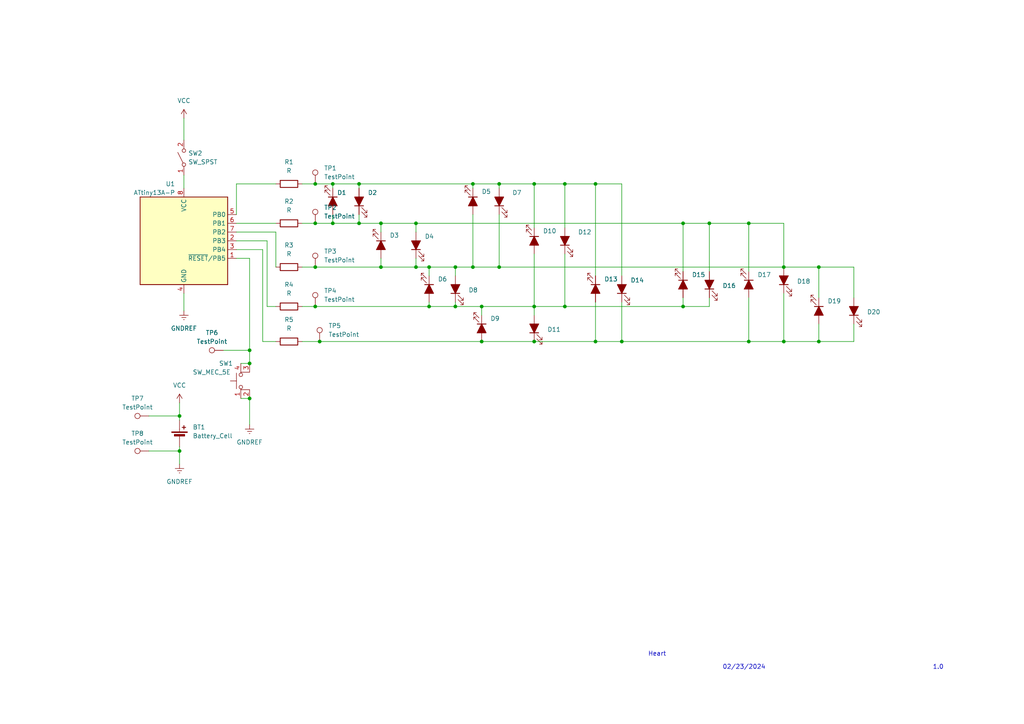
<source format=kicad_sch>
(kicad_sch (version 20231120) (generator "eeschema") (generator_version "7.99")
  (paper "A4")
  (lib_symbols
    (symbol "Connector:TestPoint" (pin_numbers hide) (pin_names (offset 0.762) hide)
      (property "Reference" "TP" (at 0 6.858 0))
      (property "Value" "TestPoint" (at 0 5.08 0))
      (symbol "TestPoint_0_1"
        (circle (center 0 3.302) (radius 0.762))
      )
      (symbol "TestPoint_1_1"
        (pin passive line (at 0 0 90) (length 2.54) (name "1") (number "1"))
      )
    )
    (symbol "Device:Battery_Cell" (pin_numbers hide) (pin_names (offset 0) hide)
      (property "Reference" "BT" (at 2.54 2.54 0))
      (property "Value" "Battery_Cell" (at 2.54 0 0))
      (symbol "Battery_Cell_0_1"
        (rectangle (start -2.286 1.778) (end 2.286 1.524) (fill (type outline)))
        (rectangle (start -1.524 1.016) (end 1.524 0.508) (fill (type outline)))
        (polyline (pts (xy 0 0.762) (xy 0 0)))
        (polyline (pts (xy 0 1.778) (xy 0 2.54)))
        (polyline (pts (xy 0.762 3.048) (xy 1.778 3.048)) (stroke (width 0.254)))
        (polyline (pts (xy 1.27 3.556) (xy 1.27 2.54)) (stroke (width 0.254)))
      )
      (symbol "Battery_Cell_1_1"
        (pin passive line (at 0 5.08 270) (length 2.54) (name "+") (number "1"))
        (pin passive line (at 0 -2.54 90) (length 2.54) (name "-") (number "2"))
      )
    )
    (symbol "Device:LED_Filled" (pin_numbers hide) (pin_names (offset 1.016) hide)
      (property "Reference" "D" (at 0 2.54 0))
      (property "Value" "LED_Filled" (at 0 -2.54 0))
      (symbol "LED_Filled_0_1"
        (polyline (pts (xy -1.27 -1.27) (xy -1.27 1.27)) (stroke (width 0.254)))
        (polyline (pts (xy -1.27 0) (xy 1.27 0)))
        (polyline (pts (xy 1.27 -1.27) (xy 1.27 1.27) (xy -1.27 0) (xy 1.27 -1.27)) (stroke (width 0.254)) (fill (type outline)))
        (polyline (pts (xy -3.048 -0.762) (xy -4.572 -2.286) (xy -3.81 -2.286) (xy -4.572 -2.286) (xy -4.572 -1.524)))
        (polyline (pts (xy -1.778 -0.762) (xy -3.302 -2.286) (xy -2.54 -2.286) (xy -3.302 -2.286) (xy -3.302 -1.524)))
      )
      (symbol "LED_Filled_1_1"
        (pin passive line (at -3.81 0 0) (length 2.54) (name "K") (number "1"))
        (pin passive line (at 3.81 0 180) (length 2.54) (name "A") (number "2"))
      )
    )
    (symbol "Device:R" (pin_numbers hide) (pin_names (offset 0))
      (property "Reference" "R" (at 2.032 0 90))
      (property "Value" "R" (at 0 0 90))
      (symbol "R_0_1"
        (rectangle (start -1.016 -2.54) (end 1.016 2.54) (stroke (width 0.254)))
      )
      (symbol "R_1_1"
        (pin passive line (at 0 3.81 270) (length 1.27) (name "~") (number "1"))
        (pin passive line (at 0 -3.81 90) (length 1.27) (name "~") (number "2"))
      )
    )
    (symbol "MCU_Microchip_ATtiny:ATtiny13A-P"
      (property "Reference" "U" (at -12.7 13.97 0))
      (property "Value" "ATtiny13A-P" (at 2.54 -13.97 0))
      (symbol "ATtiny13A-P_0_1"
        (rectangle (start -12.7 -12.7) (end 12.7 12.7) (stroke (width 0.254)) (fill (type background)))
      )
      (symbol "ATtiny13A-P_1_1"
        (pin bidirectional line (at 15.24 -5.08 180) (length 2.54) (name "~{RESET}/PB5") (number "1"))
        (pin bidirectional line (at 15.24 0 180) (length 2.54) (name "PB3") (number "2"))
        (pin bidirectional line (at 15.24 -2.54 180) (length 2.54) (name "PB4") (number "3"))
        (pin power_in line (at 0 -15.24 90) (length 2.54) (name "GND") (number "4"))
        (pin bidirectional line (at 15.24 7.62 180) (length 2.54) (name "PB0") (number "5"))
        (pin bidirectional line (at 15.24 5.08 180) (length 2.54) (name "PB1") (number "6"))
        (pin bidirectional line (at 15.24 2.54 180) (length 2.54) (name "PB2") (number "7"))
        (pin power_in line (at 0 15.24 270) (length 2.54) (name "VCC") (number "8"))
      )
    )
    (symbol "Switch:SW_MEC_5E" (pin_names (offset 1.016) hide)
      (property "Reference" "SW" (at 0.635 5.715 0))
      (property "Value" "SW_MEC_5E" (at 0 -3.175 0))
      (symbol "SW_MEC_5E_0_1"
        (circle (center -1.778 2.54) (radius 0.508))
        (polyline (pts (xy -2.286 3.81) (xy 2.286 3.81)))
        (polyline (pts (xy 0 3.81) (xy 0 5.588)))
        (polyline (pts (xy -2.54 0) (xy -2.54 2.54) (xy -2.286 2.54)))
        (polyline (pts (xy 2.54 0) (xy 2.54 2.54) (xy 2.286 2.54)))
        (circle (center 1.778 2.54) (radius 0.508))
        (pin passive line (at -5.08 2.54 0) (length 2.54) (name "1") (number "1"))
        (pin passive line (at -5.08 0 0) (length 2.54) (name "2") (number "2"))
        (pin passive line (at 5.08 0 180) (length 2.54) (name "K") (number "3"))
        (pin passive line (at 5.08 2.54 180) (length 2.54) (name "A") (number "4"))
      )
    )
    (symbol "Switch:SW_SPST" (pin_names (offset 0) hide)
      (property "Reference" "SW" (at 0 3.175 0))
      (property "Value" "SW_SPST" (at 0 -2.54 0))
      (symbol "SW_SPST_0_0"
        (circle (center -2.032 0) (radius 0.508))
        (polyline (pts (xy -1.524 0.254) (xy 1.524 1.778)))
        (circle (center 2.032 0) (radius 0.508))
      )
      (symbol "SW_SPST_1_1"
        (pin passive line (at -5.08 0 0) (length 2.54) (name "A") (number "1"))
        (pin passive line (at 5.08 0 180) (length 2.54) (name "B") (number "2"))
      )
    )
    (symbol "power:GNDREF" (power) (pin_names (offset 0))
      (property "Value" "GNDREF" (at 0 -3.81 0))
      (symbol "GNDREF_0_1"
        (polyline (pts (xy -0.635 -1.905) (xy 0.635 -1.905)))
        (polyline (pts (xy -0.127 -2.54) (xy 0.127 -2.54)))
        (polyline (pts (xy 0 -1.27) (xy 0 0)))
        (polyline (pts (xy 1.27 -1.27) (xy -1.27 -1.27)))
      )
      (symbol "GNDREF_1_1"
        (pin power_in line (at 0 0 270) (length 0) hide (name "GNDREF") (number "1"))
      )
    )
    (symbol "power:VCC" (power) (pin_names (offset 0))
      (property "Value" "VCC" (at 0 3.81 0))
      (symbol "VCC_0_1"
        (polyline (pts (xy -0.762 1.27) (xy 0 2.54)))
        (polyline (pts (xy 0 0) (xy 0 2.54)))
        (polyline (pts (xy 0 2.54) (xy 0.762 1.27)))
      )
      (symbol "VCC_1_1"
        (pin power_in line (at 0 0 90) (length 0) hide (name "VCC") (number "1"))
      )
    )
  )
  (junction (at 120.65 64.77))
  (junction (at 52.07 120.65))
  (junction (at 144.78 53.34))
  (junction (at 72.39 115.57))
  (junction (at 205.74 64.77))
  (junction (at 144.78 77.47))
  (junction (at 163.83 53.34))
  (junction (at 139.7 88.9))
  (junction (at 110.49 64.77))
  (junction (at 217.17 99.06))
  (junction (at 137.16 53.34))
  (junction (at 132.08 77.47))
  (junction (at 91.44 88.9))
  (junction (at 91.44 77.47))
  (junction (at 180.34 99.06))
  (junction (at 163.83 88.9))
  (junction (at 124.46 88.9))
  (junction (at 154.94 88.9))
  (junction (at 72.39 105.41))
  (junction (at 120.65 77.47))
  (junction (at 217.17 64.77))
  (junction (at 92.71 99.06))
  (junction (at 91.44 53.34))
  (junction (at 72.39 101.6))
  (junction (at 132.08 88.9))
  (junction (at 104.14 64.77))
  (junction (at 137.16 77.47))
  (junction (at 172.72 53.34))
  (junction (at 237.49 99.06))
  (junction (at 154.94 53.34))
  (junction (at 198.12 64.77))
  (junction (at 227.33 77.47))
  (junction (at 52.07 130.81))
  (junction (at 227.33 99.06))
  (junction (at 237.49 77.47))
  (junction (at 198.12 88.9))
  (junction (at 110.49 77.47))
  (junction (at 172.72 99.06))
  (junction (at 96.52 53.34))
  (junction (at 91.44 64.77))
  (junction (at 96.52 64.77))
  (junction (at 104.14 53.34))
  (junction (at 139.7 99.06))
  (junction (at 124.46 77.47))
  (junction (at 154.94 99.06))
  (wire (pts (xy 144.78 53.34) (xy 154.94 53.34)))
  (wire (pts (xy 227.33 77.47) (xy 237.49 77.47)))
  (wire (pts (xy 92.71 99.06) (xy 139.7 99.06)))
  (wire (pts (xy 76.2 99.06) (xy 80.01 99.06)))
  (wire (pts (xy 205.74 64.77) (xy 217.17 64.77)))
  (wire (pts (xy 198.12 86.36) (xy 198.12 88.9)))
  (wire (pts (xy 53.34 34.29) (xy 53.34 40.64)))
  (wire (pts (xy 180.34 99.06) (xy 217.17 99.06)))
  (wire (pts (xy 163.83 53.34) (xy 172.72 53.34)))
  (wire (pts (xy 76.2 72.39) (xy 76.2 99.06)))
  (wire (pts (xy 154.94 53.34) (xy 154.94 66.04)))
  (wire (pts (xy 87.63 64.77) (xy 91.44 64.77)))
  (wire (pts (xy 163.83 66.04) (xy 163.83 53.34)))
  (wire (pts (xy 217.17 64.77) (xy 217.17 78.74)))
  (wire (pts (xy 137.16 62.23) (xy 137.16 77.47)))
  (wire (pts (xy 68.58 64.77) (xy 80.01 64.77)))
  (wire (pts (xy 87.63 88.9) (xy 91.44 88.9)))
  (wire (pts (xy 96.52 64.77) (xy 104.14 64.77)))
  (wire (pts (xy 120.65 64.77) (xy 198.12 64.77)))
  (wire (pts (xy 52.07 116.84) (xy 52.07 120.65)))
  (wire (pts (xy 80.01 67.31) (xy 80.01 77.47)))
  (wire (pts (xy 172.72 53.34) (xy 180.34 53.34)))
  (wire (pts (xy 132.08 80.01) (xy 132.08 77.47)))
  (wire (pts (xy 180.34 80.01) (xy 180.34 53.34)))
  (wire (pts (xy 217.17 99.06) (xy 217.17 86.36)))
  (wire (pts (xy 205.74 86.36) (xy 205.74 88.9)))
  (wire (pts (xy 139.7 99.06) (xy 154.94 99.06)))
  (wire (pts (xy 110.49 77.47) (xy 91.44 77.47)))
  (wire (pts (xy 237.49 93.98) (xy 237.49 99.06)))
  (wire (pts (xy 110.49 67.31) (xy 110.49 64.77)))
  (wire (pts (xy 247.65 77.47) (xy 247.65 86.36)))
  (wire (pts (xy 110.49 74.93) (xy 110.49 77.47)))
  (wire (pts (xy 198.12 88.9) (xy 205.74 88.9)))
  (wire (pts (xy 217.17 64.77) (xy 227.33 64.77)))
  (wire (pts (xy 139.7 88.9) (xy 154.94 88.9)))
  (wire (pts (xy 68.58 53.34) (xy 68.58 62.23)))
  (wire (pts (xy 87.63 53.34) (xy 91.44 53.34)))
  (wire (pts (xy 120.65 64.77) (xy 110.49 64.77)))
  (wire (pts (xy 77.47 88.9) (xy 80.01 88.9)))
  (wire (pts (xy 227.33 99.06) (xy 217.17 99.06)))
  (wire (pts (xy 154.94 99.06) (xy 172.72 99.06)))
  (wire (pts (xy 144.78 54.61) (xy 144.78 53.34)))
  (wire (pts (xy 91.44 77.47) (xy 87.63 77.47)))
  (wire (pts (xy 154.94 53.34) (xy 163.83 53.34)))
  (wire (pts (xy 227.33 85.09) (xy 227.33 99.06)))
  (wire (pts (xy 227.33 99.06) (xy 237.49 99.06)))
  (wire (pts (xy 124.46 88.9) (xy 132.08 88.9)))
  (wire (pts (xy 52.07 129.54) (xy 52.07 130.81)))
  (wire (pts (xy 120.65 77.47) (xy 120.65 74.93)))
  (wire (pts (xy 124.46 88.9) (xy 124.46 87.63)))
  (wire (pts (xy 52.07 130.81) (xy 52.07 134.62)))
  (wire (pts (xy 104.14 62.23) (xy 104.14 64.77)))
  (wire (pts (xy 96.52 53.34) (xy 96.52 54.61)))
  (wire (pts (xy 198.12 64.77) (xy 205.74 64.77)))
  (wire (pts (xy 172.72 53.34) (xy 172.72 80.01)))
  (wire (pts (xy 104.14 53.34) (xy 137.16 53.34)))
  (wire (pts (xy 198.12 64.77) (xy 198.12 78.74)))
  (wire (pts (xy 53.34 85.09) (xy 53.34 90.17)))
  (wire (pts (xy 77.47 69.85) (xy 77.47 88.9)))
  (wire (pts (xy 137.16 77.47) (xy 144.78 77.47)))
  (wire (pts (xy 91.44 64.77) (xy 96.52 64.77)))
  (wire (pts (xy 91.44 88.9) (xy 124.46 88.9)))
  (wire (pts (xy 237.49 77.47) (xy 237.49 86.36)))
  (wire (pts (xy 104.14 54.61) (xy 104.14 53.34)))
  (wire (pts (xy 132.08 88.9) (xy 139.7 88.9)))
  (wire (pts (xy 72.39 115.57) (xy 72.39 123.19)))
  (wire (pts (xy 96.52 64.77) (xy 96.52 62.23)))
  (wire (pts (xy 72.39 101.6) (xy 72.39 105.41)))
  (wire (pts (xy 124.46 77.47) (xy 132.08 77.47)))
  (wire (pts (xy 237.49 77.47) (xy 247.65 77.47)))
  (wire (pts (xy 144.78 62.23) (xy 144.78 77.47)))
  (wire (pts (xy 120.65 77.47) (xy 124.46 77.47)))
  (wire (pts (xy 247.65 93.98) (xy 247.65 99.06)))
  (wire (pts (xy 132.08 87.63) (xy 132.08 88.9)))
  (wire (pts (xy 87.63 99.06) (xy 92.71 99.06)))
  (wire (pts (xy 110.49 77.47) (xy 120.65 77.47)))
  (wire (pts (xy 172.72 99.06) (xy 180.34 99.06)))
  (wire (pts (xy 237.49 99.06) (xy 247.65 99.06)))
  (wire (pts (xy 64.77 101.6) (xy 72.39 101.6)))
  (wire (pts (xy 68.58 69.85) (xy 77.47 69.85)))
  (wire (pts (xy 227.33 64.77) (xy 227.33 77.47)))
  (wire (pts (xy 154.94 91.44) (xy 154.94 88.9)))
  (wire (pts (xy 144.78 53.34) (xy 137.16 53.34)))
  (wire (pts (xy 68.58 74.93) (xy 72.39 74.93)))
  (wire (pts (xy 68.58 67.31) (xy 80.01 67.31)))
  (wire (pts (xy 68.58 72.39) (xy 76.2 72.39)))
  (wire (pts (xy 52.07 120.65) (xy 52.07 121.92)))
  (wire (pts (xy 180.34 87.63) (xy 180.34 99.06)))
  (wire (pts (xy 154.94 73.66) (xy 154.94 88.9)))
  (wire (pts (xy 132.08 77.47) (xy 137.16 77.47)))
  (wire (pts (xy 69.85 115.57) (xy 72.39 115.57)))
  (wire (pts (xy 104.14 64.77) (xy 110.49 64.77)))
  (wire (pts (xy 53.34 50.8) (xy 53.34 54.61)))
  (wire (pts (xy 124.46 77.47) (xy 124.46 80.01)))
  (wire (pts (xy 91.44 53.34) (xy 96.52 53.34)))
  (wire (pts (xy 163.83 73.66) (xy 163.83 88.9)))
  (wire (pts (xy 154.94 88.9) (xy 163.83 88.9)))
  (wire (pts (xy 120.65 67.31) (xy 120.65 64.77)))
  (wire (pts (xy 72.39 74.93) (xy 72.39 101.6)))
  (wire (pts (xy 80.01 53.34) (xy 68.58 53.34)))
  (wire (pts (xy 139.7 91.44) (xy 139.7 88.9)))
  (wire (pts (xy 163.83 88.9) (xy 198.12 88.9)))
  (wire (pts (xy 69.85 105.41) (xy 72.39 105.41)))
  (wire (pts (xy 43.18 120.65) (xy 52.07 120.65)))
  (wire (pts (xy 96.52 53.34) (xy 104.14 53.34)))
  (wire (pts (xy 43.18 130.81) (xy 52.07 130.81)))
  (wire (pts (xy 144.78 77.47) (xy 227.33 77.47)))
  (wire (pts (xy 172.72 87.63) (xy 172.72 99.06)))
  (wire (pts (xy 205.74 64.77) (xy 205.74 78.74)))
  (wire (pts (xy 137.16 53.34) (xy 137.16 54.61)))
  (text "Heart" (at 187.96 190.5 0) (effects (font (size 1.27 1.27)) (justify left bottom)))
  (text "1.0" (at 270.51 194.31 0) (effects (font (size 1.27 1.27)) (justify left bottom)))
  (text "02/23/2024" (at 209.55 194.31 0) (effects (font (size 1.27 1.27)) (justify left bottom)))
  (symbol (lib_id "Device:LED_Filled") (at 154.94 69.85 270) (unit 1)
    (property "Reference" "D10" (at 157.48 66.9925 90) (effects (justify left)))
    (property "Value" "LED_Filled" (effects (hide yes)))
    (property "Footprint" "LED_SMD:LED_0805_2012Metric" (effects (hide yes)))
    (property "Description" "Light emitting diode, filled shape" (effects (hide yes)))
  )
  (symbol (lib_id "power:GNDREF") (at 53.34 90.17 0) (unit 1)
    (property "Reference" "#PWR04" (effects (hide yes)))
    (property "Value" "GNDREF" (at 53.34 95.25 0))
    (property "Description" "Power symbol creates a global label with name \"GNDREF\" , reference supply ground" (effects (hide yes)))
  )
  (symbol (lib_id "Device:R") (at 83.82 88.9 90) (unit 1)
    (property "Reference" "R4" (at 83.82 82.55 90))
    (property "Value" "R" (at 83.82 85.09 90))
    (property "Footprint" "Resistor_SMD:R_0603_1608Metric" (effects (hide yes)))
    (property "Description" "Resistor" (effects (hide yes)))
  )
  (symbol (lib_id "Device:LED_Filled") (at 227.33 81.28 90) (unit 1)
    (property "Reference" "D18" (at 231.14 81.5975 90) (effects (justify right)))
    (property "Value" "LED_Filled" (effects (hide yes)))
    (property "Footprint" "LED_SMD:LED_0805_2012Metric" (effects (hide yes)))
    (property "Description" "Light emitting diode, filled shape" (effects (hide yes)))
  )
  (symbol (lib_id "Device:LED_Filled") (at 144.78 58.42 90) (unit 1)
    (property "Reference" "D7" (at 148.59 55.88 90) (effects (justify right)))
    (property "Value" "LED_Filled" (effects (hide yes)))
    (property "Footprint" "LED_SMD:LED_0805_2012Metric" (effects (hide yes)))
    (property "Description" "Light emitting diode, filled shape" (effects (hide yes)))
  )
  (symbol (lib_id "Device:LED_Filled") (at 132.08 83.82 90) (unit 1)
    (property "Reference" "D8" (at 135.89 84.1375 90) (effects (justify right)))
    (property "Value" "LED_Filled" (effects (hide yes)))
    (property "Footprint" "LED_SMD:LED_0805_2012Metric" (effects (hide yes)))
    (property "Description" "Light emitting diode, filled shape" (effects (hide yes)))
  )
  (symbol (lib_id "Connector:TestPoint") (at 91.44 88.9 0) (unit 1)
    (property "Reference" "TP4" (at 93.98 84.3279 0) (effects (justify left)))
    (property "Value" "TestPoint" (at 93.98 86.8679 0) (effects (justify left)))
    (property "Footprint" "Connector_Pin:Pin_D1.0mm_L10.0mm_LooseFit" (effects (hide yes)))
    (property "Description" "test point" (effects (hide yes)))
  )
  (symbol (lib_id "Connector:TestPoint") (at 92.71 99.06 0) (unit 1)
    (property "Reference" "TP5" (at 95.25 94.4879 0) (effects (justify left)))
    (property "Value" "TestPoint" (at 95.25 97.0279 0) (effects (justify left)))
    (property "Footprint" "Connector_Pin:Pin_D1.0mm_L10.0mm_LooseFit" (effects (hide yes)))
    (property "Description" "test point" (effects (hide yes)))
  )
  (symbol (lib_id "power:GNDREF") (at 52.07 134.62 0) (unit 1)
    (property "Reference" "#PWR03" (effects (hide yes)))
    (property "Value" "GNDREF" (at 52.07 139.7 0))
    (property "Description" "Power symbol creates a global label with name \"GNDREF\" , reference supply ground" (effects (hide yes)))
  )
  (symbol (lib_id "Device:LED_Filled") (at 198.12 82.55 270) (unit 1)
    (property "Reference" "D15" (at 200.66 79.6925 90) (effects (justify left)))
    (property "Value" "LED_Filled" (effects (hide yes)))
    (property "Footprint" "LED_SMD:LED_0805_2012Metric" (effects (hide yes)))
    (property "Description" "Light emitting diode, filled shape" (effects (hide yes)))
  )
  (symbol (lib_id "Device:Battery_Cell") (at 52.07 127 0) (unit 1)
    (property "Reference" "BT1" (at 55.88 123.8885 0) (effects (justify left)))
    (property "Value" "Battery_Cell" (at 55.88 126.4285 0) (effects (justify left)))
    (property "Description" "Single-cell battery" (effects (hide yes)))
  )
  (symbol (lib_id "Switch:SW_MEC_5E") (at 72.39 110.49 90) (unit 1)
    (property "Reference" "SW1" (at 63.5 105.41 90) (effects (justify right)))
    (property "Value" "SW_MEC_5E" (at 55.88 107.95 90) (effects (justify right)))
    (property "Footprint" "Button_Switch_SMD:SW_MEC_5GSH9" (effects (hide yes)))
    (property "Datasheet" "http://www.apem.com/int/index.php?controller=attachment&id_attachment=1371" (effects (hide yes)))
    (property "Description" "MEC 5E single pole normally-open tactile switch" (effects (hide yes)))
  )
  (symbol (lib_id "Device:R") (at 83.82 77.47 90) (unit 1)
    (property "Reference" "R3" (at 83.82 71.12 90))
    (property "Value" "R" (at 83.82 73.66 90))
    (property "Footprint" "Resistor_SMD:R_0603_1608Metric" (effects (hide yes)))
    (property "Description" "Resistor" (effects (hide yes)))
  )
  (symbol (lib_id "Connector:TestPoint") (at 64.77 101.6 90) (unit 1)
    (property "Reference" "TP6" (at 61.468 96.52 90))
    (property "Value" "TestPoint" (at 61.468 99.06 90))
    (property "Footprint" "Connector_Pin:Pin_D1.0mm_L10.0mm_LooseFit" (effects (hide yes)))
    (property "Description" "test point" (effects (hide yes)))
  )
  (symbol (lib_id "Device:LED_Filled") (at 110.49 71.12 270) (unit 1)
    (property "Reference" "D3" (at 113.03 68.2625 90) (effects (justify left)))
    (property "Value" "LED_Filled" (effects (hide yes)))
    (property "Footprint" "LED_SMD:LED_0805_2012Metric" (effects (hide yes)))
    (property "Description" "Light emitting diode, filled shape" (effects (hide yes)))
  )
  (symbol (lib_id "Device:LED_Filled") (at 172.72 83.82 270) (unit 1)
    (property "Reference" "D13" (at 175.26 80.9625 90) (effects (justify left)))
    (property "Value" "LED_Filled" (effects (hide yes)))
    (property "Footprint" "LED_SMD:LED_0805_2012Metric" (effects (hide yes)))
    (property "Description" "Light emitting diode, filled shape" (effects (hide yes)))
  )
  (symbol (lib_id "Device:LED_Filled") (at 120.65 71.12 90) (unit 1)
    (property "Reference" "D4" (at 123.19 68.58 90) (effects (justify right)))
    (property "Value" "LED_Filled" (effects (hide yes)))
    (property "Footprint" "LED_SMD:LED_0805_2012Metric" (effects (hide yes)))
    (property "Description" "Light emitting diode, filled shape" (effects (hide yes)))
  )
  (symbol (lib_id "Device:LED_Filled") (at 96.52 58.42 270) (unit 1)
    (property "Reference" "D1" (at 97.79 55.88 90) (effects (justify left)))
    (property "Value" "LED_Filled" (effects (hide yes)))
    (property "Footprint" "LED_SMD:LED_0805_2012Metric" (effects (hide yes)))
    (property "Description" "Light emitting diode, filled shape" (effects (hide yes)))
  )
  (symbol (lib_id "Device:LED_Filled") (at 154.94 95.25 90) (unit 1)
    (property "Reference" "D11" (at 158.75 95.5675 90) (effects (justify right)))
    (property "Value" "LED_Filled" (effects (hide yes)))
    (property "Footprint" "LED_SMD:LED_0805_2012Metric" (effects (hide yes)))
    (property "Description" "Light emitting diode, filled shape" (effects (hide yes)))
  )
  (symbol (lib_id "Device:LED_Filled") (at 237.49 90.17 270) (unit 1)
    (property "Reference" "D19" (at 240.03 87.3125 90) (effects (justify left)))
    (property "Value" "LED_Filled" (effects (hide yes)))
    (property "Footprint" "LED_SMD:LED_0805_2012Metric" (effects (hide yes)))
    (property "Description" "Light emitting diode, filled shape" (effects (hide yes)))
  )
  (symbol (lib_id "Device:R") (at 83.82 53.34 90) (unit 1)
    (property "Reference" "R1" (at 83.82 46.99 90))
    (property "Value" "R" (at 83.82 49.53 90))
    (property "Footprint" "Resistor_SMD:R_0603_1608Metric" (effects (hide yes)))
    (property "Description" "Resistor" (effects (hide yes)))
  )
  (symbol (lib_id "Connector:TestPoint") (at 91.44 53.34 0) (unit 1)
    (property "Reference" "TP1" (at 93.98 48.7679 0) (effects (justify left)))
    (property "Value" "TestPoint" (at 93.98 51.3079 0) (effects (justify left)))
    (property "Footprint" "Connector_Pin:Pin_D1.0mm_L10.0mm_LooseFit" (effects (hide yes)))
    (property "Description" "test point" (effects (hide yes)))
  )
  (symbol (lib_id "Device:LED_Filled") (at 104.14 58.42 90) (unit 1)
    (property "Reference" "D2" (at 106.68 55.88 90) (effects (justify right)))
    (property "Value" "LED_Filled" (effects (hide yes)))
    (property "Footprint" "LED_SMD:LED_0805_2012Metric" (effects (hide yes)))
    (property "Description" "Light emitting diode, filled shape" (effects (hide yes)))
  )
  (symbol (lib_id "Switch:SW_SPST") (at 53.34 45.72 90) (unit 1)
    (property "Reference" "SW2" (at 54.61 44.4499 90) (effects (justify right)))
    (property "Value" "SW_SPST" (at 54.61 46.9899 90) (effects (justify right)))
    (property "Description" "Single Pole Single Throw (SPST) switch" (effects (hide yes)))
  )
  (symbol (lib_id "Device:LED_Filled") (at 139.7 95.25 270) (unit 1)
    (property "Reference" "D9" (at 142.24 92.3925 90) (effects (justify left)))
    (property "Value" "LED_Filled" (effects (hide yes)))
    (property "Footprint" "LED_SMD:LED_0805_2012Metric" (effects (hide yes)))
    (property "Description" "Light emitting diode, filled shape" (effects (hide yes)))
  )
  (symbol (lib_id "Device:LED_Filled") (at 124.46 83.82 270) (unit 1)
    (property "Reference" "D6" (at 127 80.9625 90) (effects (justify left)))
    (property "Value" "LED_Filled" (effects (hide yes)))
    (property "Footprint" "LED_SMD:LED_0805_2012Metric" (effects (hide yes)))
    (property "Description" "Light emitting diode, filled shape" (effects (hide yes)))
  )
  (symbol (lib_id "Device:LED_Filled") (at 217.17 82.55 270) (unit 1)
    (property "Reference" "D17" (at 219.71 79.6925 90) (effects (justify left)))
    (property "Value" "LED_Filled" (effects (hide yes)))
    (property "Footprint" "LED_SMD:LED_0805_2012Metric" (effects (hide yes)))
    (property "Description" "Light emitting diode, filled shape" (effects (hide yes)))
  )
  (symbol (lib_id "Connector:TestPoint") (at 43.18 120.65 90) (unit 1)
    (property "Reference" "TP7" (at 39.878 115.57 90))
    (property "Value" "TestPoint" (at 39.878 118.11 90))
    (property "Footprint" "Connector_Pin:Pin_D1.0mm_L10.0mm_LooseFit" (effects (hide yes)))
    (property "Description" "test point" (effects (hide yes)))
  )
  (symbol (lib_id "Device:LED_Filled") (at 247.65 90.17 90) (unit 1)
    (property "Reference" "D20" (at 251.46 90.4875 90) (effects (justify right)))
    (property "Value" "LED_Filled" (effects (hide yes)))
    (property "Footprint" "LED_SMD:LED_0805_2012Metric" (effects (hide yes)))
    (property "Description" "Light emitting diode, filled shape" (effects (hide yes)))
  )
  (symbol (lib_id "Connector:TestPoint") (at 91.44 77.47 0) (unit 1)
    (property "Reference" "TP3" (at 93.98 72.8979 0) (effects (justify left)))
    (property "Value" "TestPoint" (at 93.98 75.4379 0) (effects (justify left)))
    (property "Footprint" "Connector_Pin:Pin_D1.0mm_L10.0mm_LooseFit" (effects (hide yes)))
    (property "Description" "test point" (effects (hide yes)))
  )
  (symbol (lib_id "power:GNDREF") (at 72.39 123.19 0) (unit 1)
    (property "Reference" "#PWR05" (effects (hide yes)))
    (property "Value" "GNDREF" (at 72.39 128.27 0))
    (property "Description" "Power symbol creates a global label with name \"GNDREF\" , reference supply ground" (effects (hide yes)))
  )
  (symbol (lib_id "Device:R") (at 83.82 99.06 90) (unit 1)
    (property "Reference" "R5" (at 83.82 92.71 90))
    (property "Value" "R" (at 83.82 95.25 90))
    (property "Footprint" "Resistor_SMD:R_0603_1608Metric" (effects (hide yes)))
    (property "Description" "Resistor" (effects (hide yes)))
  )
  (symbol (lib_id "power:VCC") (at 53.34 34.29 0) (unit 1)
    (property "Reference" "#PWR02" (effects (hide yes)))
    (property "Value" "VCC" (at 53.34 29.21 0))
    (property "Description" "Power symbol creates a global label with name \"VCC\"" (effects (hide yes)))
  )
  (symbol (lib_id "Device:LED_Filled") (at 180.34 83.82 90) (unit 1)
    (property "Reference" "D14" (at 182.88 81.28 90) (effects (justify right)))
    (property "Value" "LED_Filled" (effects (hide yes)))
    (property "Footprint" "LED_SMD:LED_0805_2012Metric" (effects (hide yes)))
    (property "Description" "Light emitting diode, filled shape" (effects (hide yes)))
  )
  (symbol (lib_id "Connector:TestPoint") (at 91.44 64.77 0) (unit 1)
    (property "Reference" "TP2" (at 93.98 60.1979 0) (effects (justify left)))
    (property "Value" "TestPoint" (at 93.98 62.7379 0) (effects (justify left)))
    (property "Footprint" "Connector_Pin:Pin_D1.0mm_L10.0mm_LooseFit" (effects (hide yes)))
    (property "Description" "test point" (effects (hide yes)))
  )
  (symbol (lib_id "Device:LED_Filled") (at 137.16 58.42 270) (unit 1)
    (property "Reference" "D5" (at 139.7 55.5625 90) (effects (justify left)))
    (property "Value" "LED_Filled" (effects (hide yes)))
    (property "Footprint" "LED_SMD:LED_0805_2012Metric" (effects (hide yes)))
    (property "Description" "Light emitting diode, filled shape" (effects (hide yes)))
  )
  (symbol (lib_id "Connector:TestPoint") (at 43.18 130.81 90) (unit 1)
    (property "Reference" "TP8" (at 39.878 125.73 90))
    (property "Value" "TestPoint" (at 39.878 128.27 90))
    (property "Footprint" "Connector_Pin:Pin_D1.0mm_L10.0mm_LooseFit" (effects (hide yes)))
    (property "Description" "test point" (effects (hide yes)))
  )
  (symbol (lib_id "Device:LED_Filled") (at 163.83 69.85 90) (unit 1)
    (property "Reference" "D12" (at 167.64 67.31 90) (effects (justify right)))
    (property "Value" "LED_Filled" (effects (hide yes)))
    (property "Footprint" "LED_SMD:LED_0805_2012Metric" (effects (hide yes)))
    (property "Description" "Light emitting diode, filled shape" (effects (hide yes)))
  )
  (symbol (lib_id "Device:R") (at 83.82 64.77 90) (unit 1)
    (property "Reference" "R2" (at 83.82 58.42 90))
    (property "Value" "R" (at 83.82 60.96 90))
    (property "Footprint" "Resistor_SMD:R_0603_1608Metric" (effects (hide yes)))
    (property "Description" "Resistor" (effects (hide yes)))
  )
  (symbol (lib_id "Device:LED_Filled") (at 205.74 82.55 90) (unit 1)
    (property "Reference" "D16" (at 209.55 82.8675 90) (effects (justify right)))
    (property "Value" "LED_Filled" (effects (hide yes)))
    (property "Footprint" "LED_SMD:LED_0805_2012Metric" (effects (hide yes)))
    (property "Description" "Light emitting diode, filled shape" (effects (hide yes)))
  )
  (symbol (lib_id "power:VCC") (at 52.07 116.84 0) (unit 1)
    (property "Reference" "#PWR01" (effects (hide yes)))
    (property "Value" "VCC" (at 52.07 111.76 0))
    (property "Description" "Power symbol creates a global label with name \"VCC\"" (effects (hide yes)))
  )
  (symbol (lib_id "MCU_Microchip_ATtiny:ATtiny13A-P") (at 53.34 69.85 0) (unit 1)
    (property "Reference" "U1" (at 50.8 53.34 0) (effects (justify right)))
    (property "Value" "ATtiny13A-P" (at 50.8 55.88 0) (effects (justify right)))
    (property "Footprint" "Package_DIP:DIP-8_W7.62mm" (effects (hide yes)))
    (property "Datasheet" "http://ww1.microchip.com/downloads/en/DeviceDoc/doc8126.pdf" (effects (hide yes)))
    (property "Description" "20MHz, 1kB Flash, 64B SRAM, 64B EEPROM, debugWIRE, DIP-8" (effects (hide yes)))
  )
)
</source>
